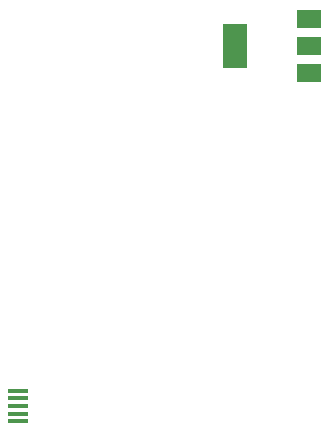
<source format=gtp>
G75*
%MOIN*%
%OFA0B0*%
%FSLAX25Y25*%
%IPPOS*%
%LPD*%
%AMOC8*
5,1,8,0,0,1.08239X$1,22.5*
%
%ADD10R,0.07900X0.05900*%
%ADD11R,0.07900X0.15000*%
%ADD12R,0.06890X0.01575*%
D10*
X0119900Y0191100D03*
X0119900Y0200100D03*
X0119900Y0209100D03*
D11*
X0095100Y0200000D03*
D12*
X0022815Y0074882D03*
X0022815Y0077441D03*
X0022815Y0080000D03*
X0022815Y0082559D03*
X0022815Y0085118D03*
M02*

</source>
